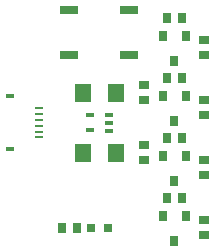
<source format=gbr>
G04 EAGLE Gerber RS-274X export*
G75*
%MOMM*%
%FSLAX34Y34*%
%LPD*%
%INSolderpaste Top*%
%IPPOS*%
%AMOC8*
5,1,8,0,0,1.08239X$1,22.5*%
G01*
%ADD10R,0.800000X0.400000*%
%ADD11R,0.800000X0.190000*%
%ADD12R,0.900000X0.700000*%
%ADD13R,1.400000X1.600000*%
%ADD14R,0.750000X0.400000*%
%ADD15R,0.685800X0.330200*%
%ADD16R,0.800000X0.900000*%
%ADD17R,0.700000X0.900000*%
%ADD18R,1.524000X0.762000*%
%ADD19R,0.800000X0.800000*%


D10*
X25800Y136800D03*
X25800Y91800D03*
D11*
X50800Y126850D03*
X50800Y126850D03*
X50800Y121850D03*
X50800Y116750D03*
X50800Y111750D03*
X50800Y106750D03*
X50800Y101850D03*
D12*
X139700Y82400D03*
X139700Y95400D03*
D13*
X87600Y88900D03*
X115600Y88900D03*
D14*
X93350Y107800D03*
X93350Y120800D03*
D15*
X109855Y107569D03*
X109855Y114300D03*
X109855Y121031D03*
D12*
X139700Y133200D03*
X139700Y146200D03*
D13*
X87600Y139700D03*
X115600Y139700D03*
D16*
X165100Y116000D03*
X155600Y137000D03*
X174600Y137000D03*
D17*
X158600Y152400D03*
X171600Y152400D03*
D12*
X190500Y120500D03*
X190500Y133500D03*
D16*
X165100Y65200D03*
X155600Y86200D03*
X174600Y86200D03*
D17*
X158600Y101600D03*
X171600Y101600D03*
D12*
X190500Y69700D03*
X190500Y82700D03*
D16*
X165100Y166800D03*
X155600Y187800D03*
X174600Y187800D03*
D17*
X158600Y203200D03*
X171600Y203200D03*
D12*
X190500Y171300D03*
X190500Y184300D03*
D16*
X165100Y14400D03*
X155600Y35400D03*
X174600Y35400D03*
D17*
X158600Y50800D03*
X171600Y50800D03*
D12*
X190500Y18900D03*
X190500Y31900D03*
D18*
X127000Y171450D03*
X76200Y171450D03*
X127000Y209550D03*
X76200Y209550D03*
D19*
X94100Y25400D03*
X109100Y25400D03*
D17*
X69700Y25400D03*
X82700Y25400D03*
M02*

</source>
